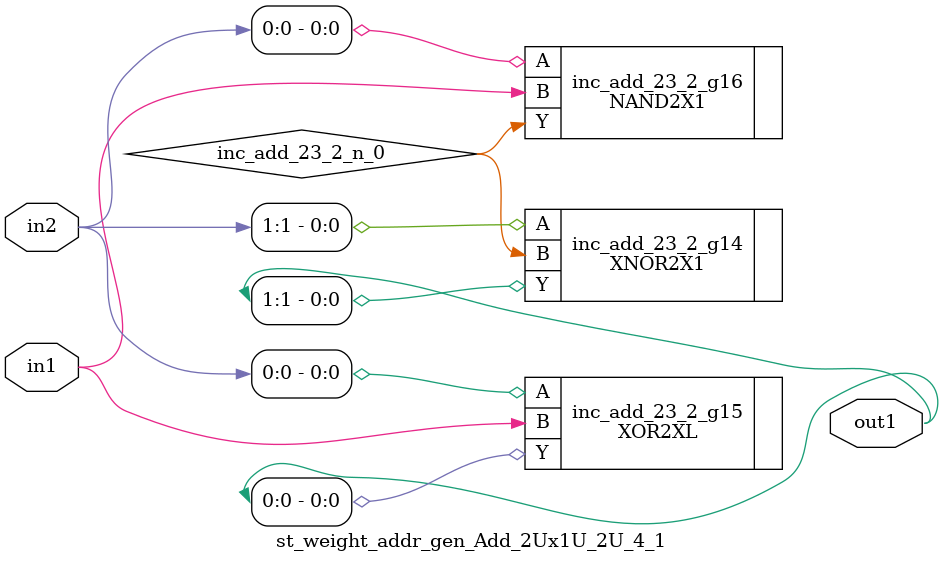
<source format=v>
`timescale 1ps / 1ps


module st_weight_addr_gen_Add_2Ux1U_2U_4_1(in2, in1, out1);
  input [1:0] in2;
  input in1;
  output [1:0] out1;
  wire [1:0] in2;
  wire in1;
  wire [1:0] out1;
  wire inc_add_23_2_n_0;
  XNOR2X1 inc_add_23_2_g14(.A (in2[1]), .B (inc_add_23_2_n_0), .Y
       (out1[1]));
  XOR2XL inc_add_23_2_g15(.A (in2[0]), .B (in1), .Y (out1[0]));
  NAND2X1 inc_add_23_2_g16(.A (in2[0]), .B (in1), .Y
       (inc_add_23_2_n_0));
endmodule



</source>
